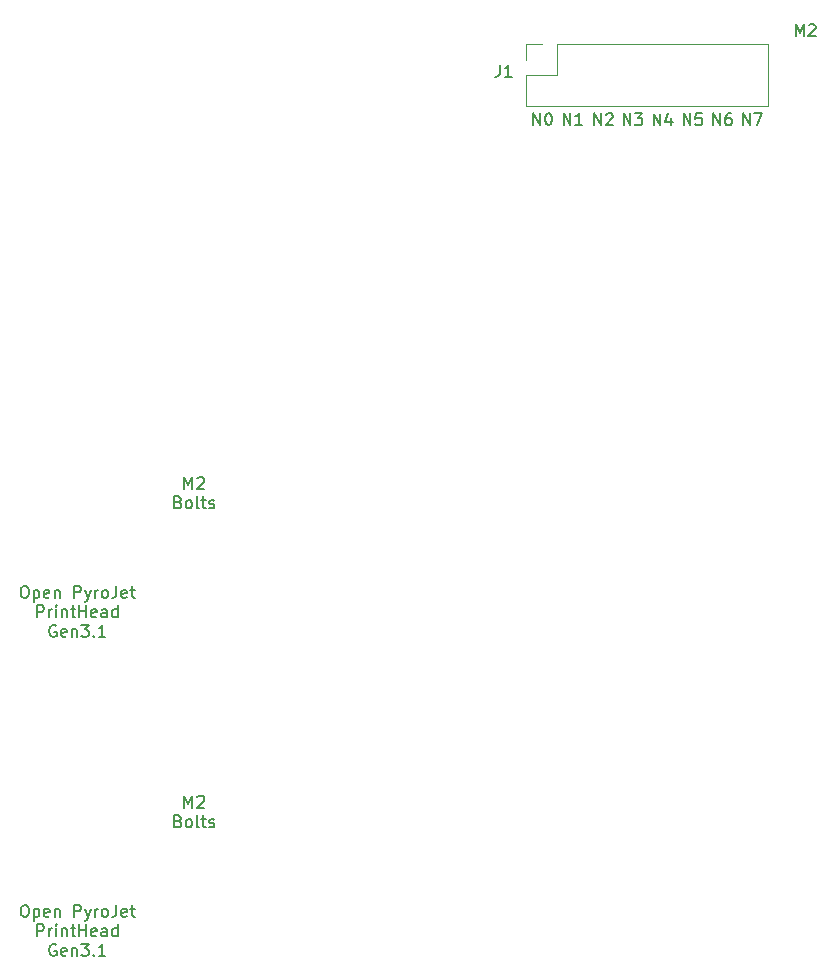
<source format=gto>
%MOIN*%
%OFA0B0*%
%FSLAX46Y46*%
%IPPOS*%
%LPD*%
%ADD10C,0.005905511811023622*%
%ADD21C,0.005905511811023622*%
%ADD22C,0.0047244094488188976*%
%ADD23C,0.005905511811023622*%
G01*
D10*
X0001348317Y0000904520D02*
X0001348317Y0000943890D01*
X0001361441Y0000915769D01*
X0001374564Y0000943890D01*
X0001374564Y0000904520D01*
X0001391437Y0000940140D02*
X0001393312Y0000942015D01*
X0001397061Y0000943890D01*
X0001406435Y0000943890D01*
X0001410185Y0000942015D01*
X0001412059Y0000940140D01*
X0001413934Y0000936391D01*
X0001413934Y0000932641D01*
X0001412059Y0000927017D01*
X0001389562Y0000904520D01*
X0001413934Y0000904520D01*
X0001327695Y0000860182D02*
X0001333319Y0000858307D01*
X0001335194Y0000856432D01*
X0001337069Y0000852683D01*
X0001337069Y0000847058D01*
X0001335194Y0000843309D01*
X0001333319Y0000841434D01*
X0001329570Y0000839559D01*
X0001314572Y0000839559D01*
X0001314572Y0000878929D01*
X0001327695Y0000878929D01*
X0001331444Y0000877055D01*
X0001333319Y0000875180D01*
X0001335194Y0000871430D01*
X0001335194Y0000867681D01*
X0001333319Y0000863931D01*
X0001331444Y0000862057D01*
X0001327695Y0000860182D01*
X0001314572Y0000860182D01*
X0001359566Y0000839559D02*
X0001355816Y0000841434D01*
X0001353942Y0000843309D01*
X0001352067Y0000847058D01*
X0001352067Y0000858307D01*
X0001353942Y0000862057D01*
X0001355816Y0000863931D01*
X0001359566Y0000865806D01*
X0001365190Y0000865806D01*
X0001368940Y0000863931D01*
X0001370815Y0000862057D01*
X0001372689Y0000858307D01*
X0001372689Y0000847058D01*
X0001370815Y0000843309D01*
X0001368940Y0000841434D01*
X0001365190Y0000839559D01*
X0001359566Y0000839559D01*
X0001395187Y0000839559D02*
X0001391437Y0000841434D01*
X0001389562Y0000845184D01*
X0001389562Y0000878929D01*
X0001404560Y0000865806D02*
X0001419558Y0000865806D01*
X0001410185Y0000878929D02*
X0001410185Y0000845184D01*
X0001412059Y0000841434D01*
X0001415809Y0000839559D01*
X0001419558Y0000839559D01*
X0001430807Y0000841434D02*
X0001434557Y0000839559D01*
X0001442056Y0000839559D01*
X0001445805Y0000841434D01*
X0001447680Y0000845184D01*
X0001447680Y0000847058D01*
X0001445805Y0000850808D01*
X0001442056Y0000852683D01*
X0001436431Y0000852683D01*
X0001432682Y0000854557D01*
X0001430807Y0000858307D01*
X0001430807Y0000860182D01*
X0001432682Y0000863931D01*
X0001436431Y0000865806D01*
X0001442056Y0000865806D01*
X0001445805Y0000863931D01*
X0000812148Y0000580370D02*
X0000819647Y0000580370D01*
X0000823397Y0000578496D01*
X0000827146Y0000574746D01*
X0000829021Y0000567247D01*
X0000829021Y0000554124D01*
X0000827146Y0000546625D01*
X0000823397Y0000542875D01*
X0000819647Y0000541000D01*
X0000812148Y0000541000D01*
X0000808399Y0000542875D01*
X0000804649Y0000546625D01*
X0000802774Y0000554124D01*
X0000802774Y0000567247D01*
X0000804649Y0000574746D01*
X0000808399Y0000578496D01*
X0000812148Y0000580370D01*
X0000845894Y0000567247D02*
X0000845894Y0000527877D01*
X0000845894Y0000565372D02*
X0000849644Y0000567247D01*
X0000857143Y0000567247D01*
X0000860892Y0000565372D01*
X0000862767Y0000563497D01*
X0000864642Y0000559748D01*
X0000864642Y0000548499D01*
X0000862767Y0000544750D01*
X0000860892Y0000542875D01*
X0000857143Y0000541000D01*
X0000849644Y0000541000D01*
X0000845894Y0000542875D01*
X0000896513Y0000542875D02*
X0000892763Y0000541000D01*
X0000885264Y0000541000D01*
X0000881515Y0000542875D01*
X0000879640Y0000546625D01*
X0000879640Y0000561623D01*
X0000881515Y0000565372D01*
X0000885264Y0000567247D01*
X0000892763Y0000567247D01*
X0000896513Y0000565372D01*
X0000898387Y0000561623D01*
X0000898387Y0000557873D01*
X0000879640Y0000554124D01*
X0000915260Y0000567247D02*
X0000915260Y0000541000D01*
X0000915260Y0000563497D02*
X0000917135Y0000565372D01*
X0000920885Y0000567247D01*
X0000926509Y0000567247D01*
X0000930258Y0000565372D01*
X0000932133Y0000561623D01*
X0000932133Y0000541000D01*
X0000980877Y0000541000D02*
X0000980877Y0000580370D01*
X0000995875Y0000580370D01*
X0000999625Y0000578496D01*
X0001001500Y0000576621D01*
X0001003374Y0000572871D01*
X0001003374Y0000567247D01*
X0001001500Y0000563497D01*
X0000999625Y0000561623D01*
X0000995875Y0000559748D01*
X0000980877Y0000559748D01*
X0001016498Y0000567247D02*
X0001025872Y0000541000D01*
X0001035245Y0000567247D02*
X0001025872Y0000541000D01*
X0001022122Y0000531626D01*
X0001020247Y0000529752D01*
X0001016498Y0000527877D01*
X0001050244Y0000541000D02*
X0001050244Y0000567247D01*
X0001050244Y0000559748D02*
X0001052118Y0000563497D01*
X0001053993Y0000565372D01*
X0001057743Y0000567247D01*
X0001061492Y0000567247D01*
X0001080240Y0000541000D02*
X0001076490Y0000542875D01*
X0001074615Y0000544750D01*
X0001072741Y0000548499D01*
X0001072741Y0000559748D01*
X0001074615Y0000563497D01*
X0001076490Y0000565372D01*
X0001080240Y0000567247D01*
X0001085864Y0000567247D01*
X0001089614Y0000565372D01*
X0001091488Y0000563497D01*
X0001093363Y0000559748D01*
X0001093363Y0000548499D01*
X0001091488Y0000544750D01*
X0001089614Y0000542875D01*
X0001085864Y0000541000D01*
X0001080240Y0000541000D01*
X0001121485Y0000580370D02*
X0001121485Y0000552249D01*
X0001119610Y0000546625D01*
X0001115860Y0000542875D01*
X0001110236Y0000541000D01*
X0001106486Y0000541000D01*
X0001155230Y0000542875D02*
X0001151481Y0000541000D01*
X0001143982Y0000541000D01*
X0001140232Y0000542875D01*
X0001138357Y0000546625D01*
X0001138357Y0000561623D01*
X0001140232Y0000565372D01*
X0001143982Y0000567247D01*
X0001151481Y0000567247D01*
X0001155230Y0000565372D01*
X0001157105Y0000561623D01*
X0001157105Y0000557873D01*
X0001138357Y0000554124D01*
X0001168354Y0000567247D02*
X0001183352Y0000567247D01*
X0001173978Y0000580370D02*
X0001173978Y0000546625D01*
X0001175853Y0000542875D01*
X0001179602Y0000541000D01*
X0001183352Y0000541000D01*
X0000857143Y0000476040D02*
X0000857143Y0000515410D01*
X0000872141Y0000515410D01*
X0000875890Y0000513535D01*
X0000877765Y0000511660D01*
X0000879640Y0000507911D01*
X0000879640Y0000502286D01*
X0000877765Y0000498537D01*
X0000875890Y0000496662D01*
X0000872141Y0000494787D01*
X0000857143Y0000494787D01*
X0000896513Y0000476040D02*
X0000896513Y0000502286D01*
X0000896513Y0000494787D02*
X0000898387Y0000498537D01*
X0000900262Y0000500412D01*
X0000904012Y0000502286D01*
X0000907761Y0000502286D01*
X0000920885Y0000476040D02*
X0000920885Y0000502286D01*
X0000920885Y0000515410D02*
X0000919010Y0000513535D01*
X0000920885Y0000511660D01*
X0000922759Y0000513535D01*
X0000920885Y0000515410D01*
X0000920885Y0000511660D01*
X0000939632Y0000502286D02*
X0000939632Y0000476040D01*
X0000939632Y0000498537D02*
X0000941507Y0000500412D01*
X0000945257Y0000502286D01*
X0000950881Y0000502286D01*
X0000954630Y0000500412D01*
X0000956505Y0000496662D01*
X0000956505Y0000476040D01*
X0000969629Y0000502286D02*
X0000984627Y0000502286D01*
X0000975253Y0000515410D02*
X0000975253Y0000481664D01*
X0000977128Y0000477914D01*
X0000980877Y0000476040D01*
X0000984627Y0000476040D01*
X0000997750Y0000476040D02*
X0000997750Y0000515410D01*
X0000997750Y0000496662D02*
X0001020247Y0000496662D01*
X0001020247Y0000476040D02*
X0001020247Y0000515410D01*
X0001053993Y0000477914D02*
X0001050244Y0000476040D01*
X0001042744Y0000476040D01*
X0001038995Y0000477914D01*
X0001037120Y0000481664D01*
X0001037120Y0000496662D01*
X0001038995Y0000500412D01*
X0001042744Y0000502286D01*
X0001050244Y0000502286D01*
X0001053993Y0000500412D01*
X0001055868Y0000496662D01*
X0001055868Y0000492913D01*
X0001037120Y0000489163D01*
X0001089614Y0000476040D02*
X0001089614Y0000496662D01*
X0001087739Y0000500412D01*
X0001083989Y0000502286D01*
X0001076490Y0000502286D01*
X0001072741Y0000500412D01*
X0001089614Y0000477914D02*
X0001085864Y0000476040D01*
X0001076490Y0000476040D01*
X0001072741Y0000477914D01*
X0001070866Y0000481664D01*
X0001070866Y0000485413D01*
X0001072741Y0000489163D01*
X0001076490Y0000491038D01*
X0001085864Y0000491038D01*
X0001089614Y0000492913D01*
X0001125234Y0000476040D02*
X0001125234Y0000515410D01*
X0001125234Y0000477914D02*
X0001121485Y0000476040D01*
X0001113986Y0000476040D01*
X0001110236Y0000477914D01*
X0001108361Y0000479789D01*
X0001106486Y0000483539D01*
X0001106486Y0000494787D01*
X0001108361Y0000498537D01*
X0001110236Y0000500412D01*
X0001113986Y0000502286D01*
X0001121485Y0000502286D01*
X0001125234Y0000500412D01*
X0000919947Y0000448574D02*
X0000916198Y0000450449D01*
X0000910573Y0000450449D01*
X0000904949Y0000448574D01*
X0000901200Y0000444825D01*
X0000899325Y0000441075D01*
X0000897450Y0000433576D01*
X0000897450Y0000427952D01*
X0000899325Y0000420453D01*
X0000901200Y0000416703D01*
X0000904949Y0000412954D01*
X0000910573Y0000411079D01*
X0000914323Y0000411079D01*
X0000919947Y0000412954D01*
X0000921822Y0000414829D01*
X0000921822Y0000427952D01*
X0000914323Y0000427952D01*
X0000953693Y0000412954D02*
X0000949944Y0000411079D01*
X0000942444Y0000411079D01*
X0000938695Y0000412954D01*
X0000936820Y0000416703D01*
X0000936820Y0000431701D01*
X0000938695Y0000435451D01*
X0000942444Y0000437326D01*
X0000949944Y0000437326D01*
X0000953693Y0000435451D01*
X0000955568Y0000431701D01*
X0000955568Y0000427952D01*
X0000936820Y0000424202D01*
X0000972441Y0000437326D02*
X0000972441Y0000411079D01*
X0000972441Y0000433576D02*
X0000974315Y0000435451D01*
X0000978065Y0000437326D01*
X0000983689Y0000437326D01*
X0000987439Y0000435451D01*
X0000989314Y0000431701D01*
X0000989314Y0000411079D01*
X0001004312Y0000450449D02*
X0001028684Y0000450449D01*
X0001015560Y0000435451D01*
X0001021185Y0000435451D01*
X0001024934Y0000433576D01*
X0001026809Y0000431701D01*
X0001028684Y0000427952D01*
X0001028684Y0000418578D01*
X0001026809Y0000414829D01*
X0001024934Y0000412954D01*
X0001021185Y0000411079D01*
X0001009936Y0000411079D01*
X0001006187Y0000412954D01*
X0001004312Y0000414829D01*
X0001045557Y0000414829D02*
X0001047431Y0000412954D01*
X0001045557Y0000411079D01*
X0001043682Y0000412954D01*
X0001045557Y0000414829D01*
X0001045557Y0000411079D01*
X0001084927Y0000411079D02*
X0001062429Y0000411079D01*
X0001073678Y0000411079D02*
X0001073678Y0000450449D01*
X0001069929Y0000444825D01*
X0001066179Y0000441075D01*
X0001062429Y0000439200D01*
G04 next file*
G04 #@! TF.GenerationSoftware,KiCad,Pcbnew,(5.1.12)-1*
G04 #@! TF.CreationDate,2022-03-26T22:13:32+08:00*
G04 #@! TF.ProjectId,Nozzle,4e6f7a7a-6c65-42e6-9b69-6361645f7063,0.5*
G04 #@! TF.SameCoordinates,Original*
G04 #@! TF.FileFunction,Legend,Top*
G04 #@! TF.FilePolarity,Positive*
G04 Gerber Fmt 4.6, Leading zero omitted, Abs format (unit mm)*
G04 Created by KiCad (PCBNEW (5.1.12)-1) date 2022-03-26 22:13:32*
G01*
G04 APERTURE LIST*
G04 APERTURE END LIST*
D21*
X0003210318Y0003179670D02*
X0003210318Y0003219040D01*
X0003232815Y0003179670D01*
X0003232815Y0003219040D01*
X0003247813Y0003219040D02*
X0003274060Y0003219040D01*
X0003257187Y0003179670D01*
X0003111318Y0003179670D02*
X0003111318Y0003219040D01*
X0003133815Y0003179670D01*
X0003133815Y0003219040D01*
X0003169436Y0003219040D02*
X0003161937Y0003219040D01*
X0003158187Y0003217165D01*
X0003156313Y0003215290D01*
X0003152563Y0003209666D01*
X0003150688Y0003202167D01*
X0003150688Y0003187169D01*
X0003152563Y0003183419D01*
X0003154438Y0003181544D01*
X0003158187Y0003179670D01*
X0003165686Y0003179670D01*
X0003169436Y0003181544D01*
X0003171311Y0003183419D01*
X0003173185Y0003187169D01*
X0003173185Y0003196542D01*
X0003171311Y0003200292D01*
X0003169436Y0003202167D01*
X0003165686Y0003204042D01*
X0003158187Y0003204042D01*
X0003154438Y0003202167D01*
X0003152563Y0003200292D01*
X0003150688Y0003196542D01*
X0003012318Y0003179670D02*
X0003012318Y0003219040D01*
X0003034815Y0003179670D01*
X0003034815Y0003219040D01*
X0003072311Y0003219040D02*
X0003053563Y0003219040D01*
X0003051688Y0003200292D01*
X0003053563Y0003202167D01*
X0003057313Y0003204042D01*
X0003066686Y0003204042D01*
X0003070436Y0003202167D01*
X0003072311Y0003200292D01*
X0003074185Y0003196542D01*
X0003074185Y0003187169D01*
X0003072311Y0003183419D01*
X0003070436Y0003181544D01*
X0003066686Y0003179670D01*
X0003057313Y0003179670D01*
X0003053563Y0003181544D01*
X0003051688Y0003183419D01*
X0002912318Y0003178670D02*
X0002912318Y0003218040D01*
X0002934815Y0003178670D01*
X0002934815Y0003218040D01*
X0002970436Y0003204916D02*
X0002970436Y0003178670D01*
X0002961062Y0003219914D02*
X0002951688Y0003191793D01*
X0002976060Y0003191793D01*
X0002812318Y0003179670D02*
X0002812318Y0003219040D01*
X0002834815Y0003179670D01*
X0002834815Y0003219040D01*
X0002849814Y0003219040D02*
X0002874185Y0003219040D01*
X0002861062Y0003204042D01*
X0002866686Y0003204042D01*
X0002870436Y0003202167D01*
X0002872311Y0003200292D01*
X0002874185Y0003196542D01*
X0002874185Y0003187169D01*
X0002872311Y0003183419D01*
X0002870436Y0003181544D01*
X0002866686Y0003179670D01*
X0002855438Y0003179670D01*
X0002851688Y0003181544D01*
X0002849814Y0003183419D01*
X0002714318Y0003179670D02*
X0002714318Y0003219040D01*
X0002736815Y0003179670D01*
X0002736815Y0003219040D01*
X0002753688Y0003215290D02*
X0002755563Y0003217165D01*
X0002759313Y0003219040D01*
X0002768686Y0003219040D01*
X0002772436Y0003217165D01*
X0002774311Y0003215290D01*
X0002776185Y0003211541D01*
X0002776185Y0003207791D01*
X0002774311Y0003202167D01*
X0002751814Y0003179670D01*
X0002776185Y0003179670D01*
X0002612318Y0003180670D02*
X0002612318Y0003220040D01*
X0002634815Y0003180670D01*
X0002634815Y0003220040D01*
X0002674185Y0003180670D02*
X0002651688Y0003180670D01*
X0002662937Y0003180670D02*
X0002662937Y0003220040D01*
X0002659187Y0003214415D01*
X0002655438Y0003210666D01*
X0002651688Y0003208791D01*
X0002511318Y0003180670D02*
X0002511318Y0003220040D01*
X0002533815Y0003180670D01*
X0002533815Y0003220040D01*
X0002560062Y0003220040D02*
X0002563812Y0003220040D01*
X0002567561Y0003218165D01*
X0002569436Y0003216290D01*
X0002571311Y0003212541D01*
X0002573185Y0003205042D01*
X0002573185Y0003195668D01*
X0002571311Y0003188169D01*
X0002569436Y0003184419D01*
X0002567561Y0003182544D01*
X0002563812Y0003180670D01*
X0002560062Y0003180670D01*
X0002556313Y0003182544D01*
X0002554438Y0003184419D01*
X0002552563Y0003188169D01*
X0002550688Y0003195668D01*
X0002550688Y0003205042D01*
X0002552563Y0003212541D01*
X0002554438Y0003216290D01*
X0002556313Y0003218165D01*
X0002560062Y0003220040D01*
X0003386443Y0003476670D02*
X0003386443Y0003516040D01*
X0003399567Y0003487918D01*
X0003412690Y0003516040D01*
X0003412690Y0003476670D01*
X0003429563Y0003512290D02*
X0003431438Y0003514165D01*
X0003435187Y0003516040D01*
X0003444561Y0003516040D01*
X0003448311Y0003514165D01*
X0003450185Y0003512290D01*
X0003452060Y0003508541D01*
X0003452060Y0003504791D01*
X0003450185Y0003499167D01*
X0003427688Y0003476670D01*
X0003452060Y0003476670D01*
D22*
X0002487952Y0003397480D02*
X0002487952Y0003449842D01*
X0002487952Y0003449842D02*
X0002540314Y0003449842D01*
X0002487952Y0003347480D02*
X0002590314Y0003347480D01*
X0002590314Y0003347480D02*
X0002590314Y0003449842D01*
X0002590314Y0003449842D02*
X0003292677Y0003449842D01*
X0003292677Y0003245118D02*
X0003292677Y0003449842D01*
X0002487952Y0003245118D02*
X0003292677Y0003245118D01*
X0002487952Y0003245118D02*
X0002487952Y0003347480D01*
D21*
X0002399191Y0003380040D02*
X0002399191Y0003351918D01*
X0002397316Y0003346294D01*
X0002393567Y0003342544D01*
X0002387942Y0003340670D01*
X0002384193Y0003340670D01*
X0002438561Y0003340670D02*
X0002416064Y0003340670D01*
X0002427313Y0003340670D02*
X0002427313Y0003380040D01*
X0002423563Y0003374415D01*
X0002419813Y0003370666D01*
X0002416064Y0003368791D01*
G04 next file*
G04 #@! TF.GenerationSoftware,KiCad,Pcbnew,(5.1.12)-1*
G04 #@! TF.CreationDate,2022-03-26T22:12:51+08:00*
G04 #@! TF.ProjectId,Nozzle,4e6f7a7a-6c65-42e6-9b69-6361645f7063,0.5*
G04 #@! TF.SameCoordinates,Original*
G04 #@! TF.FileFunction,Legend,Top*
G04 #@! TF.FilePolarity,Positive*
G04 Gerber Fmt 4.6, Leading zero omitted, Abs format (unit mm)*
G04 Created by KiCad (PCBNEW (5.1.12)-1) date 2022-03-26 22:12:51*
G01*
G04 APERTURE LIST*
G04 APERTURE END LIST*
G04 next file*
G04 #@! TF.GenerationSoftware,KiCad,Pcbnew,(5.1.12)-1*
G04 #@! TF.CreationDate,2022-03-26T22:12:51+08:00*
G04 #@! TF.ProjectId,Nozzle,4e6f7a7a-6c65-42e6-9b69-6361645f7063,0.5*
G04 #@! TF.SameCoordinates,Original*
G04 #@! TF.FileFunction,Legend,Top*
G04 #@! TF.FilePolarity,Positive*
G04 Gerber Fmt 4.6, Leading zero omitted, Abs format (unit mm)*
G04 Created by KiCad (PCBNEW (5.1.12)-1) date 2022-03-26 22:12:51*
G01*
G04 APERTURE LIST*
G04 APERTURE END LIST*
G04 next file*
G04 #@! TF.GenerationSoftware,KiCad,Pcbnew,(5.1.12)-1*
G04 #@! TF.CreationDate,2022-03-26T22:12:51+08:00*
G04 #@! TF.ProjectId,Nozzle,4e6f7a7a-6c65-42e6-9b69-6361645f7063,0.5*
G04 #@! TF.SameCoordinates,Original*
G04 #@! TF.FileFunction,Legend,Top*
G04 #@! TF.FilePolarity,Positive*
G04 Gerber Fmt 4.6, Leading zero omitted, Abs format (unit mm)*
G04 Created by KiCad (PCBNEW (5.1.12)-1) date 2022-03-26 22:12:51*
G01*
G04 APERTURE LIST*
G04 APERTURE END LIST*
G04 next file*
G04 #@! TF.GenerationSoftware,KiCad,Pcbnew,(5.1.12)-1*
G04 #@! TF.CreationDate,2022-03-26T22:19:29+08:00*
G04 #@! TF.ProjectId,Nozzle,4e6f7a7a-6c65-42e6-9b69-6361645f7063,0.5*
G04 #@! TF.SameCoordinates,Original*
G04 #@! TF.FileFunction,Legend,Top*
G04 #@! TF.FilePolarity,Positive*
G04 Gerber Fmt 4.6, Leading zero omitted, Abs format (unit mm)*
G04 Created by KiCad (PCBNEW (5.1.12)-1) date 2022-03-26 22:19:29*
G01*
G04 APERTURE LIST*
G04 APERTURE END LIST*
G04 next file*
G04 #@! TF.GenerationSoftware,KiCad,Pcbnew,(5.1.12)-1*
G04 #@! TF.CreationDate,2022-03-26T22:19:29+08:00*
G04 #@! TF.ProjectId,Nozzle,4e6f7a7a-6c65-42e6-9b69-6361645f7063,0.5*
G04 #@! TF.SameCoordinates,Original*
G04 #@! TF.FileFunction,Legend,Top*
G04 #@! TF.FilePolarity,Positive*
G04 Gerber Fmt 4.6, Leading zero omitted, Abs format (unit mm)*
G04 Created by KiCad (PCBNEW (5.1.12)-1) date 2022-03-26 22:19:29*
G01*
G04 APERTURE LIST*
G04 APERTURE END LIST*
G04 next file*
G04 #@! TF.GenerationSoftware,KiCad,Pcbnew,(5.1.12)-1*
G04 #@! TF.CreationDate,2022-03-26T22:23:47+08:00*
G04 #@! TF.ProjectId,Nozzle,4e6f7a7a-6c65-42e6-9b69-6361645f7063,0.5*
G04 #@! TF.SameCoordinates,Original*
G04 #@! TF.FileFunction,Legend,Top*
G04 #@! TF.FilePolarity,Positive*
G04 Gerber Fmt 4.6, Leading zero omitted, Abs format (unit mm)*
G04 Created by KiCad (PCBNEW (5.1.12)-1) date 2022-03-26 22:23:47*
G01*
G04 APERTURE LIST*
G04 APERTURE END LIST*
D23*
X0001348281Y0001967789D02*
X0001348281Y0002007159D01*
X0001361404Y0001979038D01*
X0001374528Y0002007159D01*
X0001374528Y0001967789D01*
X0001391401Y0002003410D02*
X0001393275Y0002005284D01*
X0001397025Y0002007159D01*
X0001406399Y0002007159D01*
X0001410148Y0002005284D01*
X0001412023Y0002003410D01*
X0001413898Y0001999660D01*
X0001413898Y0001995910D01*
X0001412023Y0001990286D01*
X0001389526Y0001967789D01*
X0001413898Y0001967789D01*
X0001327659Y0001923451D02*
X0001333283Y0001921576D01*
X0001335158Y0001919701D01*
X0001337032Y0001915952D01*
X0001337032Y0001910327D01*
X0001335158Y0001906578D01*
X0001333283Y0001904703D01*
X0001329533Y0001902828D01*
X0001314535Y0001902828D01*
X0001314535Y0001942198D01*
X0001327659Y0001942198D01*
X0001331408Y0001940324D01*
X0001333283Y0001938449D01*
X0001335158Y0001934699D01*
X0001335158Y0001930950D01*
X0001333283Y0001927200D01*
X0001331408Y0001925326D01*
X0001327659Y0001923451D01*
X0001314535Y0001923451D01*
X0001359530Y0001902828D02*
X0001355780Y0001904703D01*
X0001353905Y0001906578D01*
X0001352031Y0001910327D01*
X0001352031Y0001921576D01*
X0001353905Y0001925326D01*
X0001355780Y0001927200D01*
X0001359530Y0001929075D01*
X0001365154Y0001929075D01*
X0001368903Y0001927200D01*
X0001370778Y0001925326D01*
X0001372653Y0001921576D01*
X0001372653Y0001910327D01*
X0001370778Y0001906578D01*
X0001368903Y0001904703D01*
X0001365154Y0001902828D01*
X0001359530Y0001902828D01*
X0001395150Y0001902828D02*
X0001391401Y0001904703D01*
X0001389526Y0001908453D01*
X0001389526Y0001942198D01*
X0001404524Y0001929075D02*
X0001419522Y0001929075D01*
X0001410148Y0001942198D02*
X0001410148Y0001908453D01*
X0001412023Y0001904703D01*
X0001415773Y0001902828D01*
X0001419522Y0001902828D01*
X0001430771Y0001904703D02*
X0001434520Y0001902828D01*
X0001442019Y0001902828D01*
X0001445769Y0001904703D01*
X0001447644Y0001908453D01*
X0001447644Y0001910327D01*
X0001445769Y0001914077D01*
X0001442019Y0001915952D01*
X0001436395Y0001915952D01*
X0001432645Y0001917827D01*
X0001430771Y0001921576D01*
X0001430771Y0001923451D01*
X0001432645Y0001927200D01*
X0001436395Y0001929075D01*
X0001442019Y0001929075D01*
X0001445769Y0001927200D01*
X0000812112Y0001643639D02*
X0000819611Y0001643639D01*
X0000823361Y0001641765D01*
X0000827110Y0001638015D01*
X0000828985Y0001630516D01*
X0000828985Y0001617393D01*
X0000827110Y0001609894D01*
X0000823361Y0001606144D01*
X0000819611Y0001604269D01*
X0000812112Y0001604269D01*
X0000808362Y0001606144D01*
X0000804613Y0001609894D01*
X0000802738Y0001617393D01*
X0000802738Y0001630516D01*
X0000804613Y0001638015D01*
X0000808362Y0001641765D01*
X0000812112Y0001643639D01*
X0000845858Y0001630516D02*
X0000845858Y0001591146D01*
X0000845858Y0001628641D02*
X0000849607Y0001630516D01*
X0000857106Y0001630516D01*
X0000860856Y0001628641D01*
X0000862731Y0001626767D01*
X0000864605Y0001623017D01*
X0000864605Y0001611768D01*
X0000862731Y0001608019D01*
X0000860856Y0001606144D01*
X0000857106Y0001604269D01*
X0000849607Y0001604269D01*
X0000845858Y0001606144D01*
X0000896476Y0001606144D02*
X0000892727Y0001604269D01*
X0000885228Y0001604269D01*
X0000881478Y0001606144D01*
X0000879603Y0001609894D01*
X0000879603Y0001624892D01*
X0000881478Y0001628641D01*
X0000885228Y0001630516D01*
X0000892727Y0001630516D01*
X0000896476Y0001628641D01*
X0000898351Y0001624892D01*
X0000898351Y0001621142D01*
X0000879603Y0001617393D01*
X0000915224Y0001630516D02*
X0000915224Y0001604269D01*
X0000915224Y0001626767D02*
X0000917099Y0001628641D01*
X0000920848Y0001630516D01*
X0000926473Y0001630516D01*
X0000930222Y0001628641D01*
X0000932097Y0001624892D01*
X0000932097Y0001604269D01*
X0000980841Y0001604269D02*
X0000980841Y0001643639D01*
X0000995839Y0001643639D01*
X0000999588Y0001641765D01*
X0001001463Y0001639890D01*
X0001003338Y0001636140D01*
X0001003338Y0001630516D01*
X0001001463Y0001626767D01*
X0000999588Y0001624892D01*
X0000995839Y0001623017D01*
X0000980841Y0001623017D01*
X0001016461Y0001630516D02*
X0001025835Y0001604269D01*
X0001035209Y0001630516D02*
X0001025835Y0001604269D01*
X0001022086Y0001594895D01*
X0001020211Y0001593021D01*
X0001016461Y0001591146D01*
X0001050207Y0001604269D02*
X0001050207Y0001630516D01*
X0001050207Y0001623017D02*
X0001052082Y0001626767D01*
X0001053957Y0001628641D01*
X0001057706Y0001630516D01*
X0001061456Y0001630516D01*
X0001080203Y0001604269D02*
X0001076454Y0001606144D01*
X0001074579Y0001608019D01*
X0001072704Y0001611768D01*
X0001072704Y0001623017D01*
X0001074579Y0001626767D01*
X0001076454Y0001628641D01*
X0001080203Y0001630516D01*
X0001085828Y0001630516D01*
X0001089577Y0001628641D01*
X0001091452Y0001626767D01*
X0001093327Y0001623017D01*
X0001093327Y0001611768D01*
X0001091452Y0001608019D01*
X0001089577Y0001606144D01*
X0001085828Y0001604269D01*
X0001080203Y0001604269D01*
X0001121448Y0001643639D02*
X0001121448Y0001615518D01*
X0001119573Y0001609894D01*
X0001115824Y0001606144D01*
X0001110200Y0001604269D01*
X0001106450Y0001604269D01*
X0001155194Y0001606144D02*
X0001151445Y0001604269D01*
X0001143945Y0001604269D01*
X0001140196Y0001606144D01*
X0001138321Y0001609894D01*
X0001138321Y0001624892D01*
X0001140196Y0001628641D01*
X0001143945Y0001630516D01*
X0001151445Y0001630516D01*
X0001155194Y0001628641D01*
X0001157069Y0001624892D01*
X0001157069Y0001621142D01*
X0001138321Y0001617393D01*
X0001168317Y0001630516D02*
X0001183316Y0001630516D01*
X0001173942Y0001643639D02*
X0001173942Y0001609894D01*
X0001175816Y0001606144D01*
X0001179566Y0001604269D01*
X0001183316Y0001604269D01*
X0000857106Y0001539309D02*
X0000857106Y0001578679D01*
X0000872104Y0001578679D01*
X0000875854Y0001576804D01*
X0000877729Y0001574929D01*
X0000879603Y0001571180D01*
X0000879603Y0001565555D01*
X0000877729Y0001561806D01*
X0000875854Y0001559931D01*
X0000872104Y0001558056D01*
X0000857106Y0001558056D01*
X0000896476Y0001539309D02*
X0000896476Y0001565555D01*
X0000896476Y0001558056D02*
X0000898351Y0001561806D01*
X0000900226Y0001563681D01*
X0000903975Y0001565555D01*
X0000907725Y0001565555D01*
X0000920848Y0001539309D02*
X0000920848Y0001565555D01*
X0000920848Y0001578679D02*
X0000918974Y0001576804D01*
X0000920848Y0001574929D01*
X0000922723Y0001576804D01*
X0000920848Y0001578679D01*
X0000920848Y0001574929D01*
X0000939596Y0001565555D02*
X0000939596Y0001539309D01*
X0000939596Y0001561806D02*
X0000941471Y0001563681D01*
X0000945220Y0001565555D01*
X0000950845Y0001565555D01*
X0000954594Y0001563681D01*
X0000956469Y0001559931D01*
X0000956469Y0001539309D01*
X0000969592Y0001565555D02*
X0000984590Y0001565555D01*
X0000975217Y0001578679D02*
X0000975217Y0001544933D01*
X0000977091Y0001541183D01*
X0000980841Y0001539309D01*
X0000984590Y0001539309D01*
X0000997714Y0001539309D02*
X0000997714Y0001578679D01*
X0000997714Y0001559931D02*
X0001020211Y0001559931D01*
X0001020211Y0001539309D02*
X0001020211Y0001578679D01*
X0001053957Y0001541183D02*
X0001050207Y0001539309D01*
X0001042708Y0001539309D01*
X0001038959Y0001541183D01*
X0001037084Y0001544933D01*
X0001037084Y0001559931D01*
X0001038959Y0001563681D01*
X0001042708Y0001565555D01*
X0001050207Y0001565555D01*
X0001053957Y0001563681D01*
X0001055831Y0001559931D01*
X0001055831Y0001556182D01*
X0001037084Y0001552432D01*
X0001089577Y0001539309D02*
X0001089577Y0001559931D01*
X0001087702Y0001563681D01*
X0001083953Y0001565555D01*
X0001076454Y0001565555D01*
X0001072704Y0001563681D01*
X0001089577Y0001541183D02*
X0001085828Y0001539309D01*
X0001076454Y0001539309D01*
X0001072704Y0001541183D01*
X0001070830Y0001544933D01*
X0001070830Y0001548683D01*
X0001072704Y0001552432D01*
X0001076454Y0001554307D01*
X0001085828Y0001554307D01*
X0001089577Y0001556182D01*
X0001125198Y0001539309D02*
X0001125198Y0001578679D01*
X0001125198Y0001541183D02*
X0001121448Y0001539309D01*
X0001113949Y0001539309D01*
X0001110200Y0001541183D01*
X0001108325Y0001543058D01*
X0001106450Y0001546808D01*
X0001106450Y0001558056D01*
X0001108325Y0001561806D01*
X0001110200Y0001563681D01*
X0001113949Y0001565555D01*
X0001121448Y0001565555D01*
X0001125198Y0001563681D01*
X0000919911Y0001511843D02*
X0000916161Y0001513718D01*
X0000910537Y0001513718D01*
X0000904913Y0001511843D01*
X0000901163Y0001508094D01*
X0000899289Y0001504344D01*
X0000897414Y0001496845D01*
X0000897414Y0001491221D01*
X0000899289Y0001483722D01*
X0000901163Y0001479972D01*
X0000904913Y0001476223D01*
X0000910537Y0001474348D01*
X0000914287Y0001474348D01*
X0000919911Y0001476223D01*
X0000921786Y0001478098D01*
X0000921786Y0001491221D01*
X0000914287Y0001491221D01*
X0000953657Y0001476223D02*
X0000949907Y0001474348D01*
X0000942408Y0001474348D01*
X0000938659Y0001476223D01*
X0000936784Y0001479972D01*
X0000936784Y0001494970D01*
X0000938659Y0001498720D01*
X0000942408Y0001500595D01*
X0000949907Y0001500595D01*
X0000953657Y0001498720D01*
X0000955532Y0001494970D01*
X0000955532Y0001491221D01*
X0000936784Y0001487471D01*
X0000972404Y0001500595D02*
X0000972404Y0001474348D01*
X0000972404Y0001496845D02*
X0000974279Y0001498720D01*
X0000978029Y0001500595D01*
X0000983653Y0001500595D01*
X0000987402Y0001498720D01*
X0000989277Y0001494970D01*
X0000989277Y0001474348D01*
X0001004275Y0001513718D02*
X0001028647Y0001513718D01*
X0001015524Y0001498720D01*
X0001021148Y0001498720D01*
X0001024898Y0001496845D01*
X0001026773Y0001494970D01*
X0001028647Y0001491221D01*
X0001028647Y0001481847D01*
X0001026773Y0001478098D01*
X0001024898Y0001476223D01*
X0001021148Y0001474348D01*
X0001009900Y0001474348D01*
X0001006150Y0001476223D01*
X0001004275Y0001478098D01*
X0001045520Y0001478098D02*
X0001047395Y0001476223D01*
X0001045520Y0001474348D01*
X0001043645Y0001476223D01*
X0001045520Y0001478098D01*
X0001045520Y0001474348D01*
X0001084890Y0001474348D02*
X0001062393Y0001474348D01*
X0001073642Y0001474348D02*
X0001073642Y0001513718D01*
X0001069892Y0001508094D01*
X0001066143Y0001504344D01*
X0001062393Y0001502470D01*
M02*
</source>
